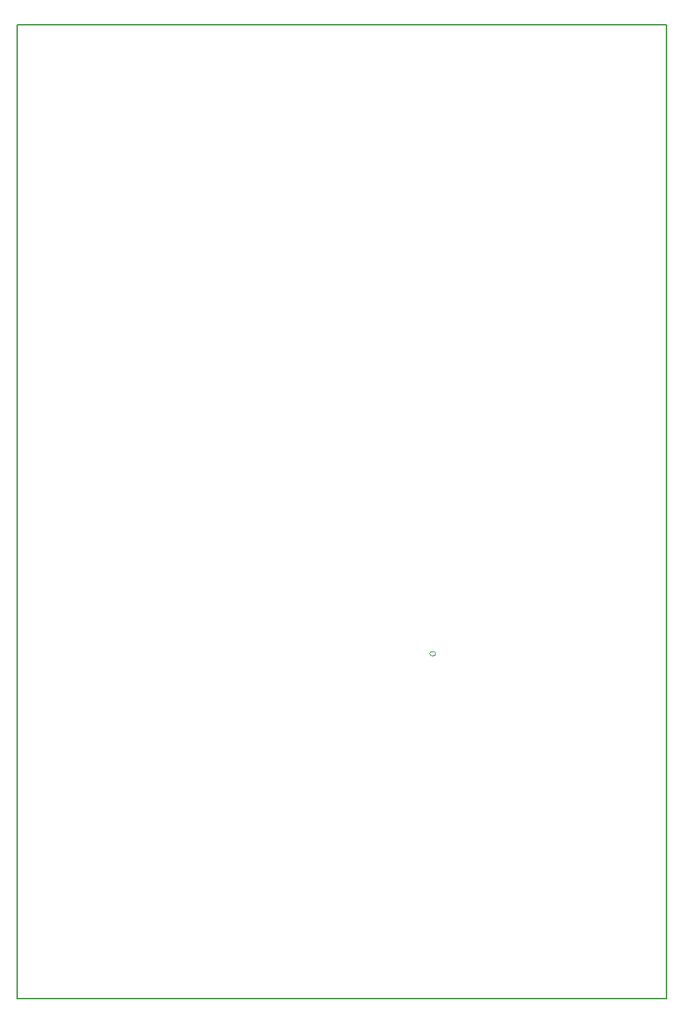
<source format=gbr>
%TF.GenerationSoftware,KiCad,Pcbnew,8.0.7*%
%TF.CreationDate,2025-03-30T10:34:42-04:00*%
%TF.ProjectId,RC-Car-Project,52432d43-6172-42d5-9072-6f6a6563742e,rev?*%
%TF.SameCoordinates,Original*%
%TF.FileFunction,Profile,NP*%
%FSLAX46Y46*%
G04 Gerber Fmt 4.6, Leading zero omitted, Abs format (unit mm)*
G04 Created by KiCad (PCBNEW 8.0.7) date 2025-03-30 10:34:42*
%MOMM*%
%LPD*%
G01*
G04 APERTURE LIST*
%TA.AperFunction,Profile*%
%ADD10C,0.200000*%
%TD*%
%TA.AperFunction,Profile*%
%ADD11C,0.010000*%
%TD*%
G04 APERTURE END LIST*
D10*
X110000000Y-40000000D02*
X190000000Y-40000000D01*
X190000000Y-160000000D01*
X110000000Y-160000000D01*
X110000000Y-40000000D01*
D11*
%TO.C,J14*%
X161123000Y-117215000D02*
X161323000Y-117215000D01*
X161323000Y-117735000D02*
X161123000Y-117735000D01*
X160863000Y-117475000D02*
G75*
G02*
X161123000Y-117215000I260000J0D01*
G01*
X161123000Y-117735000D02*
G75*
G02*
X160863000Y-117475000I0J260000D01*
G01*
X161323000Y-117215000D02*
G75*
G02*
X161583000Y-117475000I0J-260000D01*
G01*
X161583000Y-117475000D02*
G75*
G02*
X161323000Y-117735000I-260000J0D01*
G01*
%TD*%
M02*

</source>
